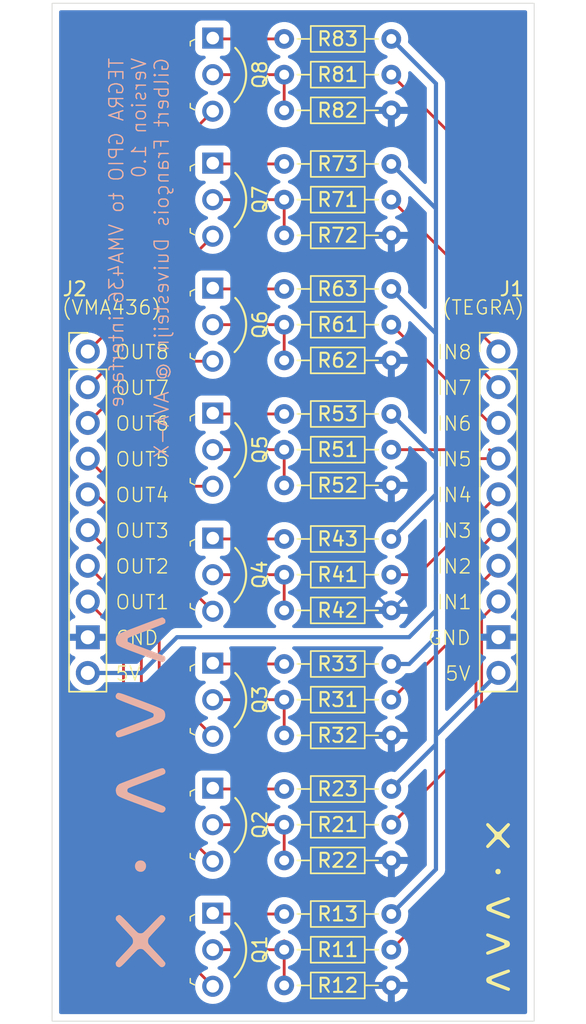
<source format=kicad_pcb>
(kicad_pcb (version 20221018) (generator pcbnew)
  (title_block (title "P3449-B01 GPIO to VMA436 interface") (date "2024-05-20") (rev "1.0") (company "Gilbert François Duivesteijn @ AVA-X"))
  (layers (0 "F.Cu" signal) (31 "B.Cu" signal) (34 "B.Paste" user) (35 "F.Paste" user) (36 "B.SilkS" user "B.Silkscreen") (37 "F.SilkS" user "F.Silkscreen") (38 "B.Mask" user) (39 "F.Mask" user) (44 "Edge.Cuts" user))
  (net 0 "")
  (net 1 "/TEGRA_OUT_1")
  (net 2 "/TEGRA_OUT_2")
  (net 3 "/TEGRA_OUT_3")
  (net 4 "/TEGRA_OUT_4")
  (net 5 "/TEGRA_OUT_5")
  (net 6 "/TEGRA_OUT_6")
  (net 7 "/TEGRA_OUT_7")
  (net 8 "/TEGRA_OUT_8")
  (net 9 "/5V")
  (net 10 "GND")
  (net 11 "/VMA436_IN_1")
  (net 12 "/VMA436_IN_2")
  (net 13 "/VMA436_IN_3")
  (net 14 "/VMA436_IN_4")
  (net 15 "/VMA436_IN_5")
  (net 16 "/VMA436_IN_6")
  (net 17 "/VMA436_IN_7")
  (net 18 "/VMA436_IN_8")
  (net 19 "Net-(Q1-B)")
  (net 20 "Net-(Q1-C)")
  (net 21 "Net-(Q2-B)")
  (net 22 "Net-(Q2-C)")
  (net 23 "Net-(Q3-B)")
  (net 24 "Net-(Q3-C)")
  (net 25 "Net-(Q4-B)")
  (net 26 "Net-(Q4-C)")
  (net 27 "Net-(Q5-B)")
  (net 28 "Net-(Q5-C)")
  (net 29 "Net-(Q6-B)")
  (net 30 "Net-(Q6-C)")
  (net 31 "Net-(Q7-B)")
  (net 32 "Net-(Q7-C)")
  (net 33 "Net-(Q8-B)")
  (net 34 "Net-(Q8-C)")
  (footprint "Resistor_THT:R_Axial_DIN0204_L3.6mm_D1.6mm_P7.62mm_Horizontal" (layer "F.Cu") (at 93.98 53.34 180)
    (fp_text reference "R73" (at 3.81 0) (layer "F.SilkS"))
    (fp_text value "470")
    (pad "1" thru_hole circle (at 0 0 180) (size 1.4 1.4) (drill 0.7) (layers "*.Cu" "*.Mask") (net 9 "/5V"))
    (pad "2" thru_hole oval (at 7.62 0 180) (size 1.4 1.4) (drill 0.7) (layers "*.Cu" "*.Mask") (net 32 "Net-(Q7-C)"))
  )
  (footprint "Resistor_THT:R_Axial_DIN0204_L3.6mm_D1.6mm_P7.62mm_Horizontal" (layer "F.Cu") (at 93.98 44.45 180)
    (fp_text reference "R83" (at 3.81 0) (layer "F.SilkS"))
    (fp_text value "470")
    (pad "1" thru_hole circle (at 0 0 180) (size 1.4 1.4) (drill 0.7) (layers "*.Cu" "*.Mask") (net 9 "/5V"))
    (pad "2" thru_hole oval (at 7.62 0 180) (size 1.4 1.4) (drill 0.7) (layers "*.Cu" "*.Mask") (net 34 "Net-(Q8-C)"))
  )
  (footprint "Resistor_THT:R_Axial_DIN0204_L3.6mm_D1.6mm_P7.62mm_Horizontal" (layer "F.Cu") (at 86.36 58.42)
    (fp_text reference "R72" (at 3.81 0) (layer "F.SilkS"))
    (fp_text value "47k")
    (pad "1" thru_hole circle (at 0 0) (size 1.4 1.4) (drill 0.7) (layers "*.Cu" "*.Mask") (net 31 "Net-(Q7-B)"))
    (pad "2" thru_hole oval (at 7.62 0) (size 1.4 1.4) (drill 0.7) (layers "*.Cu" "*.Mask") (net 10 "GND"))
  )
  (footprint "Resistor_THT:R_Axial_DIN0204_L3.6mm_D1.6mm_P7.62mm_Horizontal" (layer "F.Cu") (at 86.36 49.53)
    (fp_text reference "R82" (at 3.81 0) (layer "F.SilkS"))
    (fp_text value "47k")
    (pad "1" thru_hole circle (at 0 0) (size 1.4 1.4) (drill 0.7) (layers "*.Cu" "*.Mask") (net 33 "Net-(Q8-B)"))
    (pad "2" thru_hole oval (at 7.62 0) (size 1.4 1.4) (drill 0.7) (layers "*.Cu" "*.Mask") (net 10 "GND"))
  )
  (footprint "Resistor_THT:R_Axial_DIN0204_L3.6mm_D1.6mm_P7.62mm_Horizontal" (layer "F.Cu") (at 86.36 85.09)
    (fp_text reference "R42" (at 3.81 0) (layer "F.SilkS"))
    (fp_text value "47k")
    (pad "1" thru_hole circle (at 0 0) (size 1.4 1.4) (drill 0.7) (layers "*.Cu" "*.Mask") (net 25 "Net-(Q4-B)"))
    (pad "2" thru_hole oval (at 7.62 0) (size 1.4 1.4) (drill 0.7) (layers "*.Cu" "*.Mask") (net 10 "GND"))
  )
  (footprint "digikey-footprints:TO-92-3_Formed_Leads" (layer "F.Cu") (at 81.28 88.84 -90)
    (fp_text reference "Q3" (at 2.6 -3.35 90) (layer "F.SilkS"))
    (fp_text value "BC547B")
    (pad "1" thru_hole rect (at 0 0 90) (size 1.5 1.5) (drill 0.9) (layers "*.Cu" "*.Mask") (net 24 "Net-(Q3-C)"))
    (pad "2" thru_hole circle (at 2.6 0 90) (size 1.5 1.5) (drill 0.9) (layers "*.Cu" "*.Mask") (net 23 "Net-(Q3-B)"))
    (pad "3" thru_hole circle (at 5.2 0 90) (size 1.5 1.5) (drill 0.9) (layers "*.Cu" "*.Mask") (net 13 "/VMA436_IN_3"))
  )
  (footprint "Connector_PinHeader_2.54mm:PinHeader_1x10_P2.54mm_Vertical" (layer "F.Cu") (at 101.6 66.675)
    (fp_text reference "J1" (at 1.905 -4.445) (layer "F.SilkS") (effects (justify right)))
    (fp_text value "Conn_01x10_Pin")
    (pad "1" thru_hole oval (at 0 0) (size 1.7 1.7) (drill 1) (layers "*.Cu" "*.Mask") (net 8 "/TEGRA_OUT_8"))
    (pad "2" thru_hole oval (at 0 2.54) (size 1.7 1.7) (drill 1) (layers "*.Cu" "*.Mask") (net 7 "/TEGRA_OUT_7"))
    (pad "3" thru_hole oval (at 0 5.08) (size 1.7 1.7) (drill 1) (layers "*.Cu" "*.Mask") (net 6 "/TEGRA_OUT_6"))
    (pad "4" thru_hole oval (at 0 7.62) (size 1.7 1.7) (drill 1) (layers "*.Cu" "*.Mask") (net 5 "/TEGRA_OUT_5"))
    (pad "5" thru_hole oval (at 0 10.16) (size 1.7 1.7) (drill 1) (layers "*.Cu" "*.Mask") (net 4 "/TEGRA_OUT_4"))
    (pad "6" thru_hole oval (at 0 12.7) (size 1.7 1.7) (drill 1) (layers "*.Cu" "*.Mask") (net 3 "/TEGRA_OUT_3"))
    (pad "7" thru_hole oval (at 0 15.24) (size 1.7 1.7) (drill 1) (layers "*.Cu" "*.Mask") (net 2 "/TEGRA_OUT_2"))
    (pad "8" thru_hole oval (at 0 17.78) (size 1.7 1.7) (drill 1) (layers "*.Cu" "*.Mask") (net 1 "/TEGRA_OUT_1"))
    (pad "9" thru_hole rect (at 0 20.32) (size 1.7 1.7) (drill 1) (layers "*.Cu" "*.Mask") (net 10 "GND"))
    (pad "10" thru_hole oval (at 0 22.86) (size 1.7 1.7) (drill 1) (layers "*.Cu" "*.Mask") (net 9 "/5V"))
  )
  (footprint "digikey-footprints:TO-92-3_Formed_Leads" (layer "F.Cu") (at 81.28 62.17 -90)
    (fp_text reference "Q6" (at 2.6 -3.35 90) (layer "F.SilkS"))
    (fp_text value "BC547B")
    (pad "1" thru_hole rect (at 0 0 90) (size 1.5 1.5) (drill 0.9) (layers "*.Cu" "*.Mask") (net 30 "Net-(Q6-C)"))
    (pad "2" thru_hole circle (at 2.6 0 90) (size 1.5 1.5) (drill 0.9) (layers "*.Cu" "*.Mask") (net 29 "Net-(Q6-B)"))
    (pad "3" thru_hole circle (at 5.2 0 90) (size 1.5 1.5) (drill 0.9) (layers "*.Cu" "*.Mask") (net 16 "/VMA436_IN_6"))
  )
  (footprint "Resistor_THT:R_Axial_DIN0204_L3.6mm_D1.6mm_P7.62mm_Horizontal" (layer "F.Cu") (at 93.98 91.44 180)
    (fp_text reference "R31" (at 3.81 0) (layer "F.SilkS"))
    (fp_text value "4.7k")
    (pad "1" thru_hole circle (at 0 0 180) (size 1.4 1.4) (drill 0.7) (layers "*.Cu" "*.Mask") (net 3 "/TEGRA_OUT_3"))
    (pad "2" thru_hole oval (at 7.62 0 180) (size 1.4 1.4) (drill 0.7) (layers "*.Cu" "*.Mask") (net 23 "Net-(Q3-B)"))
  )
  (footprint "Resistor_THT:R_Axial_DIN0204_L3.6mm_D1.6mm_P7.62mm_Horizontal" (layer "F.Cu") (at 93.98 73.66 180)
    (fp_text reference "R51" (at 3.81 0) (layer "F.SilkS"))
    (fp_text value "4.7k")
    (pad "1" thru_hole circle (at 0 0 180) (size 1.4 1.4) (drill 0.7) (layers "*.Cu" "*.Mask") (net 5 "/TEGRA_OUT_5"))
    (pad "2" thru_hole oval (at 7.62 0 180) (size 1.4 1.4) (drill 0.7) (layers "*.Cu" "*.Mask") (net 27 "Net-(Q5-B)"))
  )
  (footprint "Resistor_THT:R_Axial_DIN0204_L3.6mm_D1.6mm_P7.62mm_Horizontal" (layer "F.Cu") (at 86.36 102.87)
    (fp_text reference "R22" (at 3.81 0) (layer "F.SilkS"))
    (fp_text value "47k")
    (pad "1" thru_hole circle (at 0 0) (size 1.4 1.4) (drill 0.7) (layers "*.Cu" "*.Mask") (net 21 "Net-(Q2-B)"))
    (pad "2" thru_hole oval (at 7.62 0) (size 1.4 1.4) (drill 0.7) (layers "*.Cu" "*.Mask") (net 10 "GND"))
  )
  (footprint "Resistor_THT:R_Axial_DIN0204_L3.6mm_D1.6mm_P7.62mm_Horizontal" (layer "F.Cu") (at 93.98 46.99 180)
    (fp_text reference "R81" (at 3.81 0) (layer "F.SilkS"))
    (fp_text value "4.7k")
    (pad "1" thru_hole circle (at 0 0 180) (size 1.4 1.4) (drill 0.7) (layers "*.Cu" "*.Mask") (net 8 "/TEGRA_OUT_8"))
    (pad "2" thru_hole oval (at 7.62 0 180) (size 1.4 1.4) (drill 0.7) (layers "*.Cu" "*.Mask") (net 33 "Net-(Q8-B)"))
  )
  (footprint "digikey-footprints:TO-92-3_Formed_Leads" (layer "F.Cu") (at 81.28 53.28 -90)
    (fp_text reference "Q7" (at 2.6 -3.35 90) (layer "F.SilkS"))
    (fp_text value "BC547B")
    (pad "1" thru_hole rect (at 0 0 90) (size 1.5 1.5) (drill 0.9) (layers "*.Cu" "*.Mask") (net 32 "Net-(Q7-C)"))
    (pad "2" thru_hole circle (at 2.6 0 90) (size 1.5 1.5) (drill 0.9) (layers "*.Cu" "*.Mask") (net 31 "Net-(Q7-B)"))
    (pad "3" thru_hole circle (at 5.2 0 90) (size 1.5 1.5) (drill 0.9) (layers "*.Cu" "*.Mask") (net 17 "/VMA436_IN_7"))
  )
  (footprint "digikey-footprints:TO-92-3_Formed_Leads" (layer "F.Cu") (at 81.28 44.39 -90)
    (fp_text reference "Q8" (at 2.6 -3.35 90) (layer "F.SilkS"))
    (fp_text value "BC547B")
    (pad "1" thru_hole rect (at 0 0 90) (size 1.5 1.5) (drill 0.9) (layers "*.Cu" "*.Mask") (net 34 "Net-(Q8-C)"))
    (pad "2" thru_hole circle (at 2.6 0 90) (size 1.5 1.5) (drill 0.9) (layers "*.Cu" "*.Mask") (net 33 "Net-(Q8-B)"))
    (pad "3" thru_hole circle (at 5.2 0 90) (size 1.5 1.5) (drill 0.9) (layers "*.Cu" "*.Mask") (net 18 "/VMA436_IN_8"))
  )
  (footprint "digikey-footprints:TO-92-3_Formed_Leads" (layer "F.Cu") (at 81.28 79.95 -90)
    (fp_text reference "Q4" (at 2.6 -3.35 90) (layer "F.SilkS"))
    (fp_text value "BC547B")
    (pad "1" thru_hole rect (at 0 0 90) (size 1.5 1.5) (drill 0.9) (layers "*.Cu" "*.Mask") (net 26 "Net-(Q4-C)"))
    (pad "2" thru_hole circle (at 2.6 0 90) (size 1.5 1.5) (drill 0.9) (layers "*.Cu" "*.Mask") (net 25 "Net-(Q4-B)"))
    (pad "3" thru_hole circle (at 5.2 0 90) (size 1.5 1.5) (drill 0.9) (layers "*.Cu" "*.Mask") (net 14 "/VMA436_IN_4"))
  )
  (footprint "Resistor_THT:R_Axial_DIN0204_L3.6mm_D1.6mm_P7.62mm_Horizontal" (layer "F.Cu") (at 93.98 97.79 180)
    (fp_text reference "R23" (at 3.81 0) (layer "F.SilkS"))
    (fp_text value "470")
    (pad "1" thru_hole circle (at 0 0 180) (size 1.4 1.4) (drill 0.7) (layers "*.Cu" "*.Mask") (net 9 "/5V"))
    (pad "2" thru_hole oval (at 7.62 0 180) (size 1.4 1.4) (drill 0.7) (layers "*.Cu" "*.Mask") (net 22 "Net-(Q2-C)"))
  )
  (footprint "Resistor_THT:R_Axial_DIN0204_L3.6mm_D1.6mm_P7.62mm_Horizontal" (layer "F.Cu") (at 93.98 88.9 180)
    (fp_text reference "R33" (at 3.81 0) (layer "F.SilkS"))
    (fp_text value "470")
    (pad "1" thru_hole circle (at 0 0 180) (size 1.4 1.4) (drill 0.7) (layers "*.Cu" "*.Mask") (net 9 "/5V"))
    (pad "2" thru_hole oval (at 7.62 0 180) (size 1.4 1.4) (drill 0.7) (layers "*.Cu" "*.Mask") (net 24 "Net-(Q3-C)"))
  )
  (footprint "digikey-footprints:TO-92-3_Formed_Leads" (layer "F.Cu") (at 81.28 71.06 -90)
    (fp_text reference "Q5" (at 2.6 -3.35 90) (layer "F.SilkS"))
    (fp_text value "BC547B")
    (pad "1" thru_hole rect (at 0 0 90) (size 1.5 1.5) (drill 0.9) (layers "*.Cu" "*.Mask") (net 28 "Net-(Q5-C)"))
    (pad "2" thru_hole circle (at 2.6 0 90) (size 1.5 1.5) (drill 0.9) (layers "*.Cu" "*.Mask") (net 27 "Net-(Q5-B)"))
    (pad "3" thru_hole circle (at 5.2 0 90) (size 1.5 1.5) (drill 0.9) (layers "*.Cu" "*.Mask") (net 15 "/VMA436_IN_5"))
  )
  (footprint "Resistor_THT:R_Axial_DIN0204_L3.6mm_D1.6mm_P7.62mm_Horizontal" (layer "F.Cu") (at 93.98 106.68 180)
    (fp_text reference "R13" (at 3.81 0) (layer "F.SilkS"))
    (fp_text value "470")
    (pad "1" thru_hole circle (at 0 0 180) (size 1.4 1.4) (drill 0.7) (layers "*.Cu" "*.Mask") (net 9 "/5V"))
    (pad "2" thru_hole oval (at 7.62 0 180) (size 1.4 1.4) (drill 0.7) (layers "*.Cu" "*.Mask") (net 20 "Net-(Q1-C)"))
  )
  (footprint "Resistor_THT:R_Axial_DIN0204_L3.6mm_D1.6mm_P7.62mm_Horizontal" (layer "F.Cu") (at 86.36 93.98)
    (fp_text reference "R32" (at 3.81 0) (layer "F.SilkS"))
    (fp_text value "47k")
    (pad "1" thru_hole circle (at 0 0) (size 1.4 1.4) (drill 0.7) (layers "*.Cu" "*.Mask") (net 23 "Net-(Q3-B)"))
    (pad "2" thru_hole oval (at 7.62 0) (size 1.4 1.4) (drill 0.7) (layers "*.Cu" "*.Mask") (net 10 "GND"))
  )
  (footprint "Resistor_THT:R_Axial_DIN0204_L3.6mm_D1.6mm_P7.62mm_Horizontal" (layer "F.Cu") (at 86.36 67.31)
    (fp_text reference "R62" (at 3.81 0) (layer "F.SilkS"))
    (fp_text value "47k")
    (pad "1" thru_hole circle (at 0 0) (size 1.4 1.4) (drill 0.7) (layers "*.Cu" "*.Mask") (net 29 "Net-(Q6-B)"))
    (pad "2" thru_hole oval (at 7.62 0) (size 1.4 1.4) (drill 0.7) (layers "*.Cu" "*.Mask") (net 10 "GND"))
  )
  (footprint "digikey-footprints:TO-92-3_Formed_Leads" (layer "F.Cu") (at 81.28 106.62 -90)
    (fp_text reference "Q1" (at 2.6 -3.35 90) (layer "F.SilkS"))
    (fp_text value "BC547B")
    (pad "1" thru_hole rect (at 0 0 90) (size 1.5 1.5) (drill 0.9) (layers "*.Cu" "*.Mask") (net 20 "Net-(Q1-C)"))
    (pad "2" thru_hole circle (at 2.6 0 90) (size 1.5 1.5) (drill 0.9) (layers "*.Cu" "*.Mask") (net 19 "Net-(Q1-B)"))
    (pad "3" thru_hole circle (at 5.2 0 90) (size 1.5 1.5) (drill 0.9) (layers "*.Cu" "*.Mask") (net 11 "/VMA436_IN_1"))
  )
  (footprint "Resistor_THT:R_Axial_DIN0204_L3.6mm_D1.6mm_P7.62mm_Horizontal" (layer "F.Cu") (at 93.98 109.22 180)
    (fp_text reference "R11" (at 3.81 0) (layer "F.SilkS"))
    (fp_text value "4.7k")
    (pad "1" thru_hole circle (at 0 0 180) (size 1.4 1.4) (drill 0.7) (layers "*.Cu" "*.Mask") (net 1 "/TEGRA_OUT_1"))
    (pad "2" thru_hole oval (at 7.62 0 180) (size 1.4 1.4) (drill 0.7) (layers "*.Cu" "*.Mask") (net 19 "Net-(Q1-B)"))
  )
  (footprint "Resistor_THT:R_Axial_DIN0204_L3.6mm_D1.6mm_P7.62mm_Horizontal" (layer "F.Cu") (at 86.36 76.2)
    (fp_text reference "R52" (at 3.81 0) (layer "F.SilkS"))
    (fp_text value "47k")
    (pad "1" thru_hole circle (at 0 0) (size 1.4 1.4) (drill 0.7) (layers "*.Cu" "*.Mask") (net 27 "Net-(Q5-B)"))
    (pad "2" thru_hole oval (at 7.62 0) (size 1.4 1.4) (drill 0.7) (layers "*.Cu" "*.Mask") (net 10 "GND"))
  )
  (footprint "digikey-footprints:TO-92-3_Formed_Leads" (layer "F.Cu") (at 81.28 97.73 -90)
    (fp_text reference "Q2" (at 2.6 -3.35 90) (layer "F.SilkS"))
    (fp_text value "BC547B")
    (pad "1" thru_hole rect (at 0 0 90) (size 1.5 1.5) (drill 0.9) (layers "*.Cu" "*.Mask") (net 22 "Net-(Q2-C)"))
    (pad "2" thru_hole circle (at 2.6 0 90) (size 1.5 1.5) (drill 0.9) (layers "*.Cu" "*.Mask") (net 21 "Net-(Q2-B)"))
    (pad "3" thru_hole circle (at 5.2 0 90) (size 1.5 1.5) (drill 0.9) (layers "*.Cu" "*.Mask") (net 12 "/VMA436_IN_2"))
  )
  (footprint "Resistor_THT:R_Axial_DIN0204_L3.6mm_D1.6mm_P7.62mm_Horizontal" (layer "F.Cu") (at 93.98 80.01 180)
    (fp_text reference "R43" (at 3.81 0) (layer "F.SilkS"))
    (fp_text value "470")
    (pad "1" thru_hole circle (at 0 0 180) (size 1.4 1.4) (drill 0.7) (layers "*.Cu" "*.Mask") (net 9 "/5V"))
    (pad "2" thru_hole oval (at 7.62 0 180) (size 1.4 1.4) (drill 0.7) (layers "*.Cu" "*.Mask") (net 26 "Net-(Q4-C)"))
  )
  (footprint "Resistor_THT:R_Axial_DIN0204_L3.6mm_D1.6mm_P7.62mm_Horizontal" (layer "F.Cu") (at 93.98 55.88 180)
    (fp_text reference "R71" (at 3.81 0) (layer "F.SilkS"))
    (fp_text value "4.7k")
    (pad "1" thru_hole circle (at 0 0 180) (size 1.4 1.4) (drill 0.7) (layers "*.Cu" "*.Mask") (net 7 "/TEGRA_OUT_7"))
    (pad "2" thru_hole oval (at 7.62 0 180) (size 1.4 1.4) (drill 0.7) (layers "*.Cu" "*.Mask") (net 31 "Net-(Q7-B)"))
  )
  (footprint "Resistor_THT:R_Axial_DIN0204_L3.6mm_D1.6mm_P7.62mm_Horizontal" (layer "F.Cu") (at 93.98 100.33 180)
    (fp_text reference "R21" (at 3.81 0) (layer "F.SilkS"))
    (fp_text value "4.7k")
    (pad "1" thru_hole circle (at 0 0 180) (size 1.4 1.4) (drill 0.7) (layers "*.Cu" "*.Mask") (net 2 "/TEGRA_OUT_2"))
    (pad "2" thru_hole oval (at 7.62 0 180) (size 1.4 1.4) (drill 0.7) (layers "*.Cu" "*.Mask") (net 21 "Net-(Q2-B)"))
  )
  (footprint "Resistor_THT:R_Axial_DIN0204_L3.6mm_D1.6mm_P7.62mm_Horizontal" (layer "F.Cu") (at 93.98 64.77 180)
    (fp_text reference "R61" (at 3.81 0) (layer "F.SilkS"))
    (fp_text value "4.7k")
    (pad "1" thru_hole circle (at 0 0 180) (size 1.4 1.4) (drill 0.7) (layers "*.Cu" "*.Mask") (net 6 "/TEGRA_OUT_6"))
    (pad "2" thru_hole oval (at 7.62 0 180) (size 1.4 1.4) (drill 0.7) (layers "*.Cu" "*.Mask") (net 29 "Net-(Q6-B)"))
  )
  (footprint "Resistor_THT:R_Axial_DIN0204_L3.6mm_D1.6mm_P7.62mm_Horizontal" (layer "F.Cu") (at 93.98 62.23 180)
    (fp_text reference "R63" (at 3.81 0) (layer "F.SilkS"))
    (fp_text value "470")
    (pad "1" thru_hole circle (at 0 0 180) (size 1.4 1.4) (drill 0.7) (layers "*.Cu" "*.Mask") (net 9 "/5V"))
    (pad "2" thru_hole oval (at 7.62 0 180) (size 1.4 1.4) (drill 0.7) (layers "*.Cu" "*.Mask") (net 30 "Net-(Q6-C)"))
  )
  (footprint "digikey-footprints:ava-x-logo-12" (layer "F.Cu") (at 101.6 106.172 90)
    (fp_text reference "G***" hide)
    (fp_text value "LOGO" hide)
  )
  (footprint "Resistor_THT:R_Axial_DIN0204_L3.6mm_D1.6mm_P7.62mm_Horizontal" (layer "F.Cu") (at 93.98 71.12 180)
    (fp_text reference "R53" (at 3.81 0) (layer "F.SilkS"))
    (fp_text value "470")
    (pad "1" thru_hole circle (at 0 0 180) (size 1.4 1.4) (drill 0.7) (layers "*.Cu" "*.Mask") (net 9 "/5V"))
    (pad "2" thru_hole oval (at 7.62 0 180) (size 1.4 1.4) (drill 0.7) (layers "*.Cu" "*.Mask") (net 28 "Net-(Q5-C)"))
  )
  (footprint "Resistor_THT:R_Axial_DIN0204_L3.6mm_D1.6mm_P7.62mm_Horizontal" (layer "F.Cu") (at 86.36 111.76)
    (fp_text reference "R12" (at 3.81 0) (layer "F.SilkS"))
    (fp_text value "47k")
    (pad "1" thru_hole circle (at 0 0) (size 1.4 1.4) (drill 0.7) (layers "*.Cu" "*.Mask") (net 19 "Net-(Q1-B)"))
    (pad "2" thru_hole oval (at 7.62 0) (size 1.4 1.4) (drill 0.7) (layers "*.Cu" "*.Mask") (net 10 "GND"))
  )
  (footprint "Resistor_THT:R_Axial_DIN0204_L3.6mm_D1.6mm_P7.62mm_Horizontal" (layer "F.Cu") (at 93.98 82.55 180)
    (fp_text reference "R41" (at 3.81 0) (layer "F.SilkS"))
    (fp_text value "4.7k")
    (pad "1" thru_hole circle (at 0 0 180) (size 1.4 1.4) (drill 0.7) (layers "*.Cu" "*.Mask") (net 4 "/TEGRA_OUT_4"))
    (pad "2" thru_hole oval (at 7.62 0 180) (size 1.4 1.4) (drill 0.7) (layers "*.Cu" "*.Mask") (net 25 "Net-(Q4-B)"))
  )
  (footprint "Connector_PinHeader_2.54mm:PinHeader_1x10_P2.54mm_Vertical" (layer "F.Cu") (at 72.39 66.68)
    (fp_text reference "J2" (at -0.922857 -4.45) (layer "F.SilkS"))
    (fp_text value "Conn_01x10_Pin")
    (pad "1" thru_hole oval (at 0 0) (size 1.7 1.7) (drill 1) (layers "*.Cu" "*.Mask") (net 18 "/VMA436_IN_8"))
    (pad "2" thru_hole oval (at 0 2.54) (size 1.7 1.7) (drill 1) (layers "*.Cu" "*.Mask") (net 17 "/VMA436_IN_7"))
    (pad "3" thru_hole oval (at 0 5.08) (size 1.7 1.7) (drill 1) (layers "*.Cu" "*.Mask") (net 16 "/VMA436_IN_6"))
    (pad "4" thru_hole oval (at 0 7.62) (size 1.7 1.7) (drill 1) (layers "*.Cu" "*.Mask") (net 15 "/VMA436_IN_5"))
    (pad "5" thru_hole oval (at 0 10.16) (size 1.7 1.7) (drill 1) (layers "*.Cu" "*.Mask") (net 14 "/VMA436_IN_4"))
    (pad "6" thru_hole oval (at 0 12.7) (size 1.7 1.7) (drill 1) (layers "*.Cu" "*.Mask") (net 13 "/VMA436_IN_3"))
    (pad "7" thru_hole oval (at 0 15.24) (size 1.7 1.7) (drill 1) (layers "*.Cu" "*.Mask") (net 12 "/VMA436_IN_2"))
    (pad "8" thru_hole oval (at 0 17.78) (size 1.7 1.7) (drill 1) (layers "*.Cu" "*.Mask") (net 11 "/VMA436_IN_1"))
    (pad "9" thru_hole rect (at 0 20.32) (size 1.7 1.7) (drill 1) (layers "*.Cu" "*.Mask") (net 10 "GND"))
    (pad "10" thru_hole oval (at 0 22.86) (size 1.7 1.7) (drill 1) (layers "*.Cu" "*.Mask") (net 9 "/5V"))
  )
  (footprint "digikey-footprints:ava-x-logo" (layer "B.Cu") (at 76.2 98.044 -90)
    (fp_text reference "G***" hide)
    (fp_text value "LOGO" hide)
  )
  (gr_line (start 104.14 114.3) (end 104.14 41.91) (stroke (width 0.05)) (layer "Edge.Cuts"))
  (gr_line (start 69.85 41.91) (end 69.85 114.3) (stroke (width 0.05)) (layer "Edge.Cuts"))
  (gr_line (start 69.85 114.3) (end 104.14 114.3) (stroke (width 0.05)) (layer "Edge.Cuts"))
  (gr_line (start 104.14 41.91) (end 69.85 41.91) (stroke (width 0.05)) (layer "Edge.Cuts"))
  (gr_text "TEGRA GPIO to VMA436 interface\nVersion 1.0\nGilbert François Duivesteijn @ AVA-X" (at 78.232 45.72 90) (layer "B.SilkS") (effects (font (size 1 1) (thickness 0.1)) (justify left bottom mirror)))
  (gr_text "GND" (at 99.695 87.63) (layer "F.SilkS") (effects (font (size 1 1) (thickness 0.1)) (justify right bottom)))
  (gr_text "GND" (at 74.295 87.63) (layer "F.SilkS") (effects (font (size 1 1) (thickness 0.1)) (justify left bottom)))
  (gr_text "OUT1" (at 74.295 85.09) (layer "F.SilkS") (effects (font (size 1 1) (thickness 0.1)) (justify left bottom)))
  (gr_text "IN3" (at 97.155 80.01) (layer "F.SilkS") (effects (font (size 1 1) (thickness 0.1)) (justify left bottom)))
  (gr_text "5V" (at 99.695 90.17) (layer "F.SilkS") (effects (font (size 1 1) (thickness 0.1)) (justify right bottom)))
  (gr_text "OUT2" (at 74.295 82.55) (layer "F.SilkS") (effects (font (size 1 1) (thickness 0.1)) (justify left bottom)))
  (gr_text "IN8" (at 97.155 67.31) (layer "F.SilkS") (effects (font (size 1 1) (thickness 0.1)) (justify left bottom)))
  (gr_text "OUT4" (at 74.295 77.47) (layer "F.SilkS") (effects (font (size 1 1) (thickness 0.1)) (justify left bottom)))
  (gr_text "OUT7" (at 74.295 69.85) (layer "F.SilkS") (effects (font (size 1 1) (thickness 0.1)) (justify left bottom)))
  (gr_text "IN7" (at 97.155 69.85) (layer "F.SilkS") (effects (font (size 1 1) (thickness 0.1)) (justify left bottom)))
  (gr_text "OUT8" (at 74.295 67.31) (layer "F.SilkS") (effects (font (size 1 1) (thickness 0.1)) (justify left bottom)))
  (gr_text "IN4" (at 97.155 77.47) (layer "F.SilkS") (effects (font (size 1 1) (thickness 0.1)) (justify left bottom)))
  (gr_text "IN5" (at 97.155 74.93) (layer "F.SilkS") (effects (font (size 1 1) (thickness 0.1)) (justify left bottom)))
  (gr_text "IN6" (at 97.155 72.39) (layer "F.SilkS") (effects (font (size 1 1) (thickness 0.1)) (justify left bottom)))
  (gr_text "OUT5" (at 74.295 74.93) (layer "F.SilkS") (effects (font (size 1 1) (thickness 0.1)) (justify left bottom)))
  (gr_text "OUT3" (at 74.295 80.01) (layer "F.SilkS") (effects (font (size 1 1) (thickness 0.1)) (justify left bottom)))
  (gr_text "(VMA436)" (at 70.485 64.135) (layer "F.SilkS") (effects (font (size 1 1) (thickness 0.1)) (justify left bottom)))
  (gr_text "OUT6" (at 74.295 72.39) (layer "F.SilkS") (effects (font (size 1 1) (thickness 0.1)) (justify left bottom)))
  (gr_text "IN2" (at 97.155 82.55) (layer "F.SilkS") (effects (font (size 1 1) (thickness 0.1)) (justify left bottom)))
  (gr_text "IN1" (at 97.155 85.09) (layer "F.SilkS") (effects (font (size 1 1) (thickness 0.1)) (justify left bottom)))
  (gr_text "(TEGRA)" (at 103.505 64.135) (layer "F.SilkS") (effects (font (size 1 1) (thickness 0.1)) (justify right bottom)))
  (gr_text "5V" (at 74.295 90.17) (layer "F.SilkS") (effects (font (size 1 1) (thickness 0.1)) (justify left bottom)))
  (segment (start 100.4 102.8) (end 100.4 85.655) (width 0.2) (layer "F.Cu") (net 1))
  (segment (start 100.4 85.655) (end 101.6 84.455) (width 0.2) (layer "F.Cu") (net 1))
  (segment (start 93.98 109.22) (end 100.4 102.8) (width 0.2) (layer "F.Cu") (net 1))
  (segment (start 93.98 100.33) (end 100 94.31) (width 0.2) (layer "F.Cu") (net 2))
  (segment (start 100 94.31) (end 100 83.515) (width 0.2) (layer "F.Cu") (net 2))
  (segment (start 100 83.515) (end 101.6 81.915) (width 0.2) (layer "F.Cu") (net 2))
  (segment (start 93.98 91.44) (end 99.6 85.82) (width 0.2) (layer "F.Cu") (net 3))
  (segment (start 99.6 85.82) (end 99.6 81.375) (width 0.2) (layer "F.Cu") (net 3))
  (segment (start 99.6 81.375) (end 101.6 79.375) (width 0.2) (layer "F.Cu") (net 3))
  (segment (start 93.98 82.55) (end 95.885 82.55) (width 0.2) (layer "F.Cu") (net 4))
  (segment (start 95.885 82.55) (end 101.6 76.835) (width 0.2) (layer "F.Cu") (net 4))
  (segment (start 98.425 73.66) (end 99.06 74.295) (width 0.2) (layer "F.Cu") (net 5))
  (segment (start 100.965 73.66) (end 101.6 74.295) (width 0.2) (layer "F.Cu") (net 5))
  (segment (start 99.06 74.295) (end 101.6 74.295) (width 0.2) (layer "F.Cu") (net 5))
  (segment (start 93.98 73.66) (end 98.425 73.66) (width 0.2) (layer "F.Cu") (net 5))
  (segment (start 100.965 71.755) (end 101.6 71.755) (width 0.2) (layer "F.Cu") (net 6))
  (segment (start 93.98 64.77) (end 100.965 71.755) (width 0.2) (layer "F.Cu") (net 6))
  (segment (start 98.025 65.64) (end 101.6 69.215) (width 0.2) (layer "F.Cu") (net 7))
  (segment (start 93.98 55.88) (end 98.025 59.925) (width 0.2) (layer "F.Cu") (net 7))
  (segment (start 98.025 59.925) (end 98.025 65.64) (width 0.2) (layer "F.Cu") (net 7))
  (segment (start 98.425 51.435) (end 98.425 63.5) (width 0.2) (layer "F.Cu") (net 8))
  (segment (start 93.98 46.99) (end 98.425 51.435) (width 0.2) (layer "F.Cu") (net 8))
  (segment (start 98.425 63.5) (end 101.6 66.675) (width 0.2) (layer "F.Cu") (net 8))
  (segment (start 97.155 82.55) (end 97.155 83.82) (width 0.3) (layer "B.Cu") (net 9))
  (segment (start 97.155 74.295) (end 97.155 67.31) (width 0.3) (layer "B.Cu") (net 9))
  (segment (start 97.155 93.98) (end 97.155 86.995) (width 0.3) (layer "B.Cu") (net 9))
  (segment (start 97.155 82.55) (end 97.155 76.835) (width 0.3) (layer "B.Cu") (net 9))
  (segment (start 101.6 89.535) (end 97.155 93.98) (width 0.3) (layer "B.Cu") (net 9))
  (segment (start 95.25 86.995) (end 78.74 86.995) (width 0.3) (layer "B.Cu") (net 9))
  (segment (start 97.155 94.615) (end 93.98 97.79) (width 0.3) (layer "B.Cu") (net 9))
  (segment (start 97.155 47.625) (end 93.98 44.45) (width 0.3) (layer "B.Cu") (net 9))
  (segment (start 97.155 103.505) (end 93.98 106.68) (width 0.3) (layer "B.Cu") (net 9))
  (segment (start 97.155 85.725) (end 97.155 85.09) (width 0.3) (layer "B.Cu") (net 9))
  (segment (start 93.98 97.155) (end 93.98 97.79) (width 0.2) (layer "B.Cu") (net 9))
  (segment (start 97.155 83.82) (end 97.155 84.455) (width 0.3) (layer "B.Cu") (net 9))
  (segment (start 97.155 76.835) (end 97.155 74.295) (width 0.3) (layer "B.Cu") (net 9))
  (segment (start 97.155 74.295) (end 93.98 71.12) (width 0.3) (layer "B.Cu") (net 9))
  (segment (start 97.155 93.98) (end 97.155 94.615) (width 0.3) (layer "B.Cu") (net 9))
  (segment (start 97.155 93.98) (end 97.155 103.505) (width 0.3) (layer "B.Cu") (net 9))
  (segment (start 97.155 85.09) (end 95.25 86.995) (width 0.3) (layer "B.Cu") (net 9))
  (segment (start 76.195 89.54) (end 72.39 89.54) (width 0.3) (layer "B.Cu") (net 9))
  (segment (start 97.155 56.515) (end 93.98 53.34) (width 0.3) (layer "B.Cu") (net 9))
  (segment (start 78.74 86.995) (end 76.195 89.54) (width 0.3) (layer "B.Cu") (net 9))
  (segment (start 97.155 86.995) (end 97.155 85.725) (width 0.3) (layer "B.Cu") (net 9))
  (segment (start 97.155 65.405) (end 93.98 62.23) (width 0.3) (layer "B.Cu") (net 9))
  (segment (start 97.155 65.405) (end 97.155 56.515) (width 0.3) (layer "B.Cu") (net 9))
  (segment (start 97.155 85.09) (end 97.155 82.55) (width 0.3) (layer "B.Cu") (net 9))
  (segment (start 97.155 76.835) (end 93.98 80.01) (width 0.3) (layer "B.Cu") (net 9))
  (segment (start 97.155 67.31) (end 97.155 65.405) (width 0.3) (layer "B.Cu") (net 9))
  (segment (start 93.98 88.9) (end 95.25 88.9) (width 0.3) (layer "B.Cu") (net 9))
  (segment (start 97.155 56.515) (end 97.155 47.625) (width 0.3) (layer "B.Cu") (net 9))
  (segment (start 95.25 88.9) (end 97.155 86.995) (width 0.3) (layer "B.Cu") (net 9))
  (segment (start 93.98 85.09) (end 92.71 83.82) (width 0.2) (layer "B.Cu") (net 10))
  (segment (start 93.98 85.09) (end 95.25 83.82) (width 0.2) (layer "B.Cu") (net 10))
  (segment (start 74.93 87) (end 72.39 84.46) (width 0.2) (layer "F.Cu") (net 11))
  (segment (start 74.93 105.47) (end 74.93 87) (width 0.2) (layer "F.Cu") (net 11))
  (segment (start 81.28 111.82) (end 74.93 105.47) (width 0.2) (layer "F.Cu") (net 11))
  (segment (start 76.2 85.73) (end 72.39 81.92) (width 0.2) (layer "F.Cu") (net 12))
  (segment (start 81.28 102.93) (end 76.2 97.85) (width 0.2) (layer "F.Cu") (net 12))
  (segment (start 76.2 97.85) (end 76.2 85.73) (width 0.2) (layer "F.Cu") (net 12))
  (segment (start 81.28 94.04) (end 77.47 90.23) (width 0.2) (layer "F.Cu") (net 13))
  (segment (start 77.47 90.23) (end 77.47 84.46) (width 0.2) (layer "F.Cu") (net 13))
  (segment (start 77.47 84.46) (end 72.39 79.38) (width 0.2) (layer "F.Cu") (net 13))
  (segment (start 81.28 85.15) (end 72.97 76.84) (width 0.2) (layer "F.Cu") (net 14))
  (segment (start 72.97 76.84) (end 72.39 76.84) (width 0.2) (layer "F.Cu") (net 14))
  (segment (start 74.35 76.26) (end 72.39 74.3) (width 0.2) (layer "F.Cu") (net 15))
  (segment (start 81.28 76.26) (end 74.35 76.26) (width 0.2) (layer "F.Cu") (net 15))
  (segment (start 81.28 67.37) (end 76.78 67.37) (width 0.2) (layer "F.Cu") (net 16))
  (segment (start 76.78 67.37) (end 72.39 71.76) (width 0.2) (layer "F.Cu") (net 16))
  (segment (start 81.28 58.48) (end 76.2 63.56) (width 0.2) (layer "F.Cu") (net 17))
  (segment (start 76.2 65.41) (end 72.39 69.22) (width 0.2) (layer "F.Cu") (net 17))
  (segment (start 76.2 63.56) (end 76.2 65.41) (width 0.2) (layer "F.Cu") (net 17))
  (segment (start 74.93 64.14) (end 72.39 66.68) (width 0.2) (layer "F.Cu") (net 18))
  (segment (start 81.28 49.59) (end 74.93 55.94) (width 0.2) (layer "F.Cu") (net 18))
  (segment (start 74.93 55.94) (end 74.93 64.14) (width 0.2) (layer "F.Cu") (net 18))
  (segment (start 86.36 109.22) (end 81.28 109.22) (width 0.2) (layer "F.Cu") (net 19))
  (segment (start 86.36 108.585) (end 85.725 109.22) (width 0.2) (layer "F.Cu") (net 19))
  (segment (start 86.36 111.76) (end 86.36 109.22) (width 0.2) (layer "F.Cu") (net 19))
  (segment (start 86.36 106.68) (end 81.34 106.68) (width 0.2) (layer "F.Cu") (net 20))
  (segment (start 81.34 106.68) (end 81.28 106.62) (width 0.2) (layer "F.Cu") (net 20))
  (segment (start 86.36 102.87) (end 86.36 100.33) (width 0.2) (layer "F.Cu") (net 21))
  (segment (start 86.36 100.33) (end 81.28 100.33) (width 0.2) (layer "F.Cu") (net 21))
  (segment (start 86.36 97.79) (end 81.34 97.79) (width 0.2) (layer "F.Cu") (net 22))
  (segment (start 81.34 97.79) (end 81.28 97.73) (width 0.2) (layer "F.Cu") (net 22))
  (segment (start 86.36 91.44) (end 81.28 91.44) (width 0.2) (layer "F.Cu") (net 23))
  (segment (start 86.36 93.98) (end 86.36 91.44) (width 0.2) (layer "F.Cu") (net 23))
  (segment (start 81.34 88.9) (end 81.28 88.84) (width 0.2) (layer "F.Cu") (net 24))
  (segment (start 86.36 88.9) (end 81.34 88.9) (width 0.2) (layer "F.Cu") (net 24))
  (segment (start 86.36 82.55) (end 81.28 82.55) (width 0.2) (layer "F.Cu") (net 25))
  (segment (start 86.36 85.09) (end 86.36 82.55) (width 0.2) (layer "F.Cu") (net 25))
  (segment (start 81.34 80.01) (end 81.28 79.95) (width 0.2) (layer "F.Cu") (net 26))
  (segment (start 86.36 80.01) (end 81.34 80.01) (width 0.2) (layer "F.Cu") (net 26))
  (segment (start 86.36 76.2) (end 86.36 73.66) (width 0.2) (layer "F.Cu") (net 27))
  (segment (start 86.36 73.66) (end 81.28 73.66) (width 0.2) (layer "F.Cu") (net 27))
  (segment (start 86.36 71.12) (end 81.34 71.12) (width 0.2) (layer "F.Cu") (net 28))
  (segment (start 81.34 71.12) (end 81.28 71.06) (width 0.2) (layer "F.Cu") (net 28))
  (segment (start 86.36 64.77) (end 81.28 64.77) (width 0.2) (layer "F.Cu") (net 29))
  (segment (start 86.36 67.31) (end 86.36 64.77) (width 0.2) (layer "F.Cu") (net 29))
  (segment (start 81.34 62.23) (end 81.28 62.17) (width 0.2) (layer "F.Cu") (net 30))
  (segment (start 86.36 62.23) (end 81.34 62.23) (width 0.2) (layer "F.Cu") (net 30))
  (segment (start 81.34 55.88) (end 81.28 55.94) (width 0.2) (layer "F.Cu") (net 31))
  (segment (start 86.36 55.88) (end 81.28 55.88) (width 0.2) (layer "F.Cu") (net 31))
  (segment (start 86.36 58.42) (end 86.36 55.88) (width 0.2) (layer "F.Cu") (net 31))
  (segment (start 86.36 53.34) (end 81.34 53.34) (width 0.2) (layer "F.Cu") (net 32))
  (segment (start 81.34 53.34) (end 81.28 53.28) (width 0.2) (layer "F.Cu") (net 32))
  (segment (start 86.36 46.99) (end 81.28 46.99) (width 0.2) (layer "F.Cu") (net 33))
  (segment (start 86.36 49.53) (end 86.36 46.99) (width 0.2) (layer "F.Cu") (net 33))
  (segment (start 81.34 44.45) (end 81.28 44.39) (width 0.2) (layer "F.Cu") (net 34))
  (segment (start 86.36 44.45) (end 81.34 44.45) (width 0.2) (layer "F.Cu") (net 34))
  (segment (start 86.3 44.39) (end 86.36 44.45) (width 0.2) (layer "F.Cu") (net 34))
  (zone (net 10) (net_name "GND") (layer "B.Cu") (connect_pads (clearance 0.5)) (min_thickness 0.25) (fill yes (thermal_gap 0.5) (thermal_bridge_width 0.5))
    (polygon (pts (xy 69.977 42.037) (xy 104.013 42.037) (xy 104.013 114.173) (xy 69.977 114.173)))
  )
)
</source>
